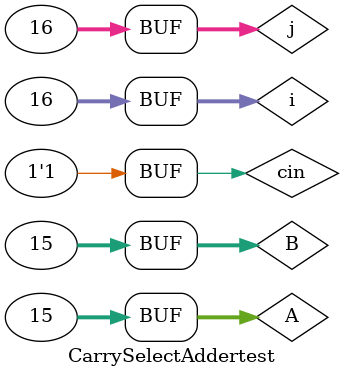
<source format=v>
`timescale 1ns / 1ps


module CarrySelectAddertest( );
reg [31:0] A;
reg [31:0] B;
reg cin;

wire [31:0] S;
wire cout;
integer i,j,error;

CarrySelectAdder CSA (.A(A), .B(B), .cin(cin), .S(S), .cout(cout));

initial begin

A = 0;
B = 0;
error = 0;

cin = 0;
for(i=0;i<16;i=i+1) begin
for(j=0;j<16;j=j+1) begin
A = i;
B = j;
#10;
if({cout,S} != (i+j))
error <= error + 1;
end
end

cin = 1;
for(i=0;i<16;i=i+1) begin
for(j=0;j<16;j=j+1) begin
A = i;

B = j;
#10;
if({cout,S} != (i+j+1))
error <= error + 1;
end
end
end
endmodule

</source>
